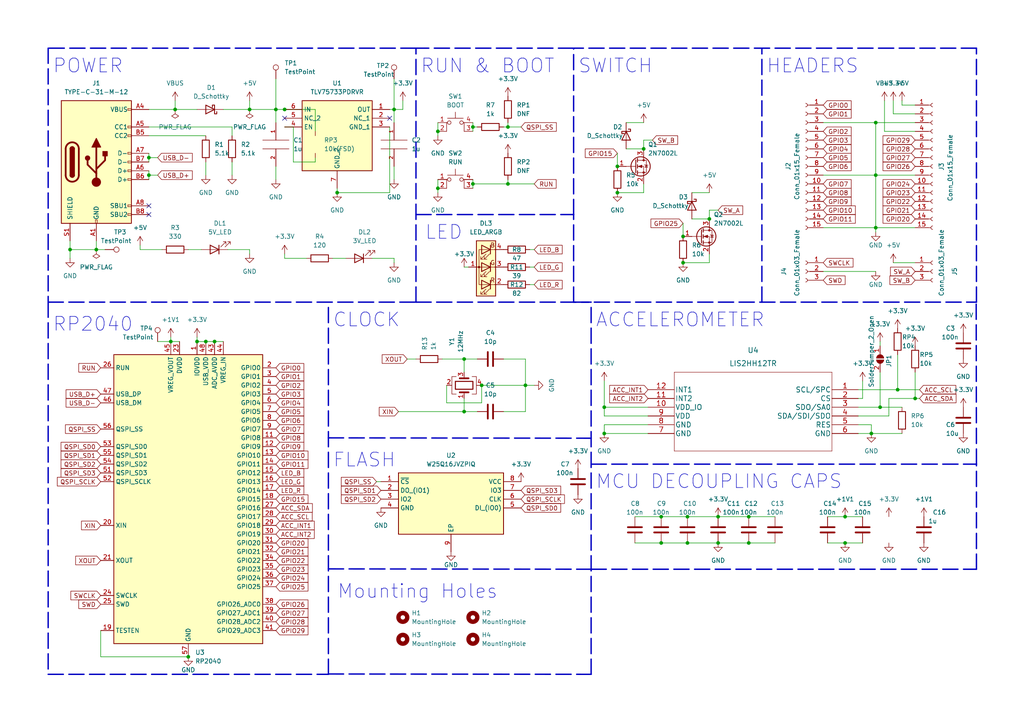
<source format=kicad_sch>
(kicad_sch (version 20231120) (generator "eeschema") (generator_version "8.0")
  (paper "A4")
  (lib_symbols
    (symbol "Connector:Conn_01x03_Female" (pin_names (offset 1.016) hide)
      (property "Reference" "J" (at 0 5.08 0))
      (property "Value" "Conn_01x03_Female" (at 0 -5.08 0))
      (symbol "Conn_01x03_Female_1_1"
        (pin passive line (at -5.08 2.54 0) (length 3.81) (name "Pin_1") (number "1"))
        (pin passive line (at -5.08 0 0) (length 3.81) (name "Pin_2") (number "2"))
        (pin passive line (at -5.08 -2.54 0) (length 3.81) (name "Pin_3") (number "3"))
      )
    )
    (symbol "Connector:Conn_01x15_Female" (pin_names (offset 1.016) hide)
      (property "Reference" "J" (at 0 20.32 0))
      (property "Value" "Conn_01x15_Female" (at 0 -20.32 0))
      (symbol "Conn_01x15_Female_1_1"
        (pin passive line (at -5.08 17.78 0) (length 3.81) (name "Pin_1") (number "1"))
        (pin passive line (at -5.08 -5.08 0) (length 3.81) (name "Pin_10") (number "10"))
        (pin passive line (at -5.08 -7.62 0) (length 3.81) (name "Pin_11") (number "11"))
        (pin passive line (at -5.08 -10.16 0) (length 3.81) (name "Pin_12") (number "12"))
        (pin passive line (at -5.08 -12.7 0) (length 3.81) (name "Pin_13") (number "13"))
        (pin passive line (at -5.08 -15.24 0) (length 3.81) (name "Pin_14") (number "14"))
        (pin passive line (at -5.08 -17.78 0) (length 3.81) (name "Pin_15") (number "15"))
        (pin passive line (at -5.08 15.24 0) (length 3.81) (name "Pin_2") (number "2"))
        (pin passive line (at -5.08 12.7 0) (length 3.81) (name "Pin_3") (number "3"))
        (pin passive line (at -5.08 10.16 0) (length 3.81) (name "Pin_4") (number "4"))
        (pin passive line (at -5.08 7.62 0) (length 3.81) (name "Pin_5") (number "5"))
        (pin passive line (at -5.08 5.08 0) (length 3.81) (name "Pin_6") (number "6"))
        (pin passive line (at -5.08 2.54 0) (length 3.81) (name "Pin_7") (number "7"))
        (pin passive line (at -5.08 0 0) (length 3.81) (name "Pin_8") (number "8"))
        (pin passive line (at -5.08 -2.54 0) (length 3.81) (name "Pin_9") (number "9"))
      )
    )
    (symbol "Connector:TestPoint" (pin_numbers hide) (pin_names (offset 0.762) hide)
      (property "Reference" "TP" (at 0 6.858 0))
      (property "Value" "TestPoint" (at 0 5.08 0))
      (symbol "TestPoint_1_1"
        (pin passive line (at 0 0 90) (length 2.54) (name "1") (number "1"))
      )
    )
    (symbol "Connector:USB_C_Receptacle_USB2.0" (pin_names (offset 1.016))
      (property "Reference" "J" (at -10.16 19.05 0))
      (property "Value" "USB_C_Receptacle_USB2.0" (at 19.05 19.05 0))
      (symbol "USB_C_Receptacle_USB2.0_1_1"
        (pin passive line (at 0 -22.86 90) (length 5.08) (name "GND") (number "A1"))
        (pin passive line (at 0 -22.86 90) (length 5.08) hide (name "GND") (number "A12"))
        (pin passive line (at 15.24 15.24 180) (length 5.08) (name "VBUS") (number "A4"))
        (pin bidirectional line (at 15.24 10.16 180) (length 5.08) (name "CC1") (number "A5"))
        (pin bidirectional line (at 15.24 -2.54 180) (length 5.08) (name "D+") (number "A6"))
        (pin bidirectional line (at 15.24 2.54 180) (length 5.08) (name "D-") (number "A7"))
        (pin bidirectional line (at 15.24 -12.7 180) (length 5.08) (name "SBU1") (number "A8"))
        (pin passive line (at 15.24 15.24 180) (length 5.08) hide (name "VBUS") (number "A9"))
        (pin passive line (at 0 -22.86 90) (length 5.08) hide (name "GND") (number "B1"))
        (pin passive line (at 0 -22.86 90) (length 5.08) hide (name "GND") (number "B12"))
        (pin passive line (at 15.24 15.24 180) (length 5.08) hide (name "VBUS") (number "B4"))
        (pin bidirectional line (at 15.24 7.62 180) (length 5.08) (name "CC2") (number "B5"))
        (pin bidirectional line (at 15.24 -5.08 180) (length 5.08) (name "D+") (number "B6"))
        (pin bidirectional line (at 15.24 0 180) (length 5.08) (name "D-") (number "B7"))
        (pin bidirectional line (at 15.24 -15.24 180) (length 5.08) (name "SBU2") (number "B8"))
        (pin passive line (at 15.24 15.24 180) (length 5.08) hide (name "VBUS") (number "B9"))
        (pin passive line (at -7.62 -22.86 90) (length 5.08) (name "SHIELD") (number "S1"))
      )
    )
    (symbol "Device:C" (pin_numbers hide) (pin_names (offset 0.254))
      (property "Reference" "C" (at 0.635 2.54 0))
      (property "Value" "C" (at 0.635 -2.54 0))
      (symbol "C_1_1"
        (pin passive line (at 0 3.81 270) (length 2.794) (name "~") (number "1"))
        (pin passive line (at 0 -3.81 90) (length 2.794) (name "~") (number "2"))
      )
    )
    (symbol "Device:Crystal_GND24" (pin_names (offset 1.016) hide)
      (property "Reference" "Y" (at 3.175 5.08 0))
      (property "Value" "Crystal_GND24" (at 3.175 3.175 0))
      (symbol "Crystal_GND24_1_1"
        (pin passive line (at -3.81 0 0) (length 1.27) (name "1") (number "1"))
        (pin passive line (at 0 5.08 270) (length 1.27) (name "2") (number "2"))
        (pin passive line (at 3.81 0 180) (length 1.27) (name "3") (number "3"))
        (pin passive line (at 0 -5.08 90) (length 1.27) (name "4") (number "4"))
      )
    )
    (symbol "Device:D_Schottky" (pin_numbers hide) (pin_names (offset 1.016) hide)
      (property "Reference" "D" (at 0 2.54 0))
      (property "Value" "D_Schottky" (at 0 -2.54 0))
      (symbol "D_Schottky_1_1"
        (pin passive line (at -3.81 0 0) (length 2.54) (name "K") (number "1"))
        (pin passive line (at 3.81 0 180) (length 2.54) (name "A") (number "2"))
      )
    )
    (symbol "Device:LED" (pin_numbers hide) (pin_names (offset 1.016) hide)
      (property "Reference" "D" (at 0 2.54 0))
      (property "Value" "LED" (at 0 -2.54 0))
      (symbol "LED_1_1"
        (pin passive line (at -3.81 0 0) (length 2.54) (name "K") (number "1"))
        (pin passive line (at 3.81 0 180) (length 2.54) (name "A") (number "2"))
      )
    )
    (symbol "Device:LED_ARGB" (pin_names (offset 0) hide)
      (property "Reference" "D" (at 0 9.398 0))
      (property "Value" "LED_ARGB" (at 0 -8.89 0))
      (symbol "LED_ARGB_0_0"
        (text "B" (at -1.905 -6.35 0) (effects (font (size 1.27 1.27))))
        (text "G" (at -1.905 -1.27 0) (effects (font (size 1.27 1.27))))
        (text "R" (at -1.905 3.81 0) (effects (font (size 1.27 1.27))))
      )
      (symbol "LED_ARGB_1_1"
        (pin passive line (at 5.08 0 180) (length 2.54) (name "A") (number "1"))
        (pin passive line (at -5.08 5.08 0) (length 2.54) (name "RK") (number "2"))
        (pin passive line (at -5.08 0 0) (length 2.54) (name "GK") (number "3"))
        (pin passive line (at -5.08 -5.08 0) (length 2.54) (name "BK") (number "4"))
      )
    )
    (symbol "Device:R" (pin_numbers hide) (pin_names (offset 0))
      (property "Reference" "R" (at 2.032 0 90))
      (property "Value" "R" (at 0 0 90))
      (symbol "R_1_1"
        (pin passive line (at 0 3.81 270) (length 1.27) (name "~") (number "1"))
        (pin passive line (at 0 -3.81 90) (length 1.27) (name "~") (number "2"))
      )
    )
    (symbol "Jumper:SolderJumper_2_Open" (pin_names (offset 0) hide)
      (property "Reference" "JP" (at 0 2.032 0))
      (property "Value" "SolderJumper_2_Open" (at 0 -2.54 0))
      (symbol "SolderJumper_2_Open_1_1"
        (pin passive line (at -3.81 0 0) (length 2.54) (name "A") (number "1"))
        (pin passive line (at 3.81 0 180) (length 2.54) (name "B") (number "2"))
      )
    )
    (symbol "LIS2HH12TR:LIS2HH12TR" (pin_names (offset 0.254))
      (property "Reference" "U" (at 30.48 10.16 0))
      (property "Value" "LIS2HH12TR" (at 30.48 7.62 0))
      (symbol "LIS2HH12TR_1_1"
        (pin bidirectional line (at 0 0 0) (length 7.62) (name "SCL/SPC") (number "1"))
        (pin power_in line (at 60.96 -5.08 180) (length 7.62) (name "VDD_IO") (number "10"))
        (pin output line (at 60.96 -2.54 180) (length 7.62) (name "INT2") (number "11"))
        (pin output line (at 60.96 0 180) (length 7.62) (name "INT1") (number "12"))
        (pin input line (at 0 -2.54 0) (length 7.62) (name "CS") (number "2"))
        (pin bidirectional line (at 0 -5.08 0) (length 7.62) (name "SDO/SA0") (number "3"))
        (pin bidirectional line (at 0 -7.62 0) (length 7.62) (name "SDA/SDI/SDO") (number "4"))
        (pin power_in line (at 0 -10.16 0) (length 7.62) (name "RES") (number "5"))
        (pin power_in line (at 0 -12.7 0) (length 7.62) (name "GND") (number "6"))
        (pin power_in line (at 60.96 -12.7 180) (length 7.62) (name "GND") (number "7"))
        (pin power_in line (at 60.96 -10.16 180) (length 7.62) (name "GND") (number "8"))
        (pin power_in line (at 60.96 -7.62 180) (length 7.62) (name "VDD") (number "9"))
      )
    )
    (symbol "MCU_RaspberryPi:RP2040"
      (property "Reference" "U" (at 17.78 45.72 0))
      (property "Value" "RP2040" (at 17.78 43.18 0))
      (symbol "RP2040_1_1"
        (pin power_in line (at 2.54 45.72 270) (length 3.81) (name "IOVDD") (number "1"))
        (pin passive line (at 2.54 45.72 270) (length 3.81) hide (name "IOVDD") (number "10"))
        (pin bidirectional line (at 25.4 17.78 180) (length 3.81) (name "GPIO8") (number "11"))
        (pin bidirectional line (at 25.4 15.24 180) (length 3.81) (name "GPIO9") (number "12"))
        (pin bidirectional line (at 25.4 12.7 180) (length 3.81) (name "GPIO10") (number "13"))
        (pin bidirectional line (at 25.4 10.16 180) (length 3.81) (name "GPIO11") (number "14"))
        (pin bidirectional line (at 25.4 7.62 180) (length 3.81) (name "GPIO12") (number "15"))
        (pin bidirectional line (at 25.4 5.08 180) (length 3.81) (name "GPIO13") (number "16"))
        (pin bidirectional line (at 25.4 2.54 180) (length 3.81) (name "GPIO14") (number "17"))
        (pin bidirectional line (at 25.4 0 180) (length 3.81) (name "GPIO15") (number "18"))
        (pin input line (at -25.4 -38.1 0) (length 3.81) (name "TESTEN") (number "19"))
        (pin bidirectional line (at 25.4 38.1 180) (length 3.81) (name "GPIO0") (number "2"))
        (pin input line (at -25.4 -7.62 0) (length 3.81) (name "XIN") (number "20"))
        (pin passive line (at -25.4 -17.78 0) (length 3.81) (name "XOUT") (number "21"))
        (pin passive line (at 2.54 45.72 270) (length 3.81) hide (name "IOVDD") (number "22"))
        (pin power_in line (at -2.54 45.72 270) (length 3.81) (name "DVDD") (number "23"))
        (pin output line (at -25.4 -27.94 0) (length 3.81) (name "SWCLK") (number "24"))
        (pin bidirectional line (at -25.4 -30.48 0) (length 3.81) (name "SWD") (number "25"))
        (pin input line (at -25.4 38.1 0) (length 3.81) (name "RUN") (number "26"))
        (pin bidirectional line (at 25.4 -2.54 180) (length 3.81) (name "GPIO16") (number "27"))
        (pin bidirectional line (at 25.4 -5.08 180) (length 3.81) (name "GPIO17") (number "28"))
        (pin bidirectional line (at 25.4 -7.62 180) (length 3.81) (name "GPIO18") (number "29"))
        (pin bidirectional line (at 25.4 35.56 180) (length 3.81) (name "GPIO1") (number "3"))
        (pin bidirectional line (at 25.4 -10.16 180) (length 3.81) (name "GPIO19") (number "30"))
        (pin bidirectional line (at 25.4 -12.7 180) (length 3.81) (name "GPIO20") (number "31"))
        (pin bidirectional line (at 25.4 -15.24 180) (length 3.81) (name "GPIO21") (number "32"))
        (pin passive line (at 2.54 45.72 270) (length 3.81) hide (name "IOVDD") (number "33"))
        (pin bidirectional line (at 25.4 -17.78 180) (length 3.81) (name "GPIO22") (number "34"))
        (pin bidirectional line (at 25.4 -20.32 180) (length 3.81) (name "GPIO23") (number "35"))
        (pin bidirectional line (at 25.4 -22.86 180) (length 3.81) (name "GPIO24") (number "36"))
        (pin bidirectional line (at 25.4 -25.4 180) (length 3.81) (name "GPIO25") (number "37"))
        (pin bidirectional line (at 25.4 -30.48 180) (length 3.81) (name "GPIO26_ADC0") (number "38"))
        (pin bidirectional line (at 25.4 -33.02 180) (length 3.81) (name "GPIO27_ADC1") (number "39"))
        (pin bidirectional line (at 25.4 33.02 180) (length 3.81) (name "GPIO2") (number "4"))
        (pin bidirectional line (at 25.4 -35.56 180) (length 3.81) (name "GPIO28_ADC2") (number "40"))
        (pin bidirectional line (at 25.4 -38.1 180) (length 3.81) (name "GPIO29_ADC3") (number "41"))
        (pin passive line (at 2.54 45.72 270) (length 3.81) hide (name "IOVDD") (number "42"))
        (pin power_in line (at 7.62 45.72 270) (length 3.81) (name "ADC_AVDD") (number "43"))
        (pin power_in line (at 10.16 45.72 270) (length 3.81) (name "VREG_IN") (number "44"))
        (pin power_out line (at -5.08 45.72 270) (length 3.81) (name "VREG_VOUT") (number "45"))
        (pin bidirectional line (at -25.4 27.94 0) (length 3.81) (name "USB_DM") (number "46"))
        (pin bidirectional line (at -25.4 30.48 0) (length 3.81) (name "USB_DP") (number "47"))
        (pin power_in line (at 5.08 45.72 270) (length 3.81) (name "USB_VDD") (number "48"))
        (pin passive line (at 2.54 45.72 270) (length 3.81) hide (name "IOVDD") (number "49"))
        (pin bidirectional line (at 25.4 30.48 180) (length 3.81) (name "GPIO3") (number "5"))
        (pin passive line (at -2.54 45.72 270) (length 3.81) hide (name "DVDD") (number "50"))
        (pin bidirectional line (at -25.4 7.62 0) (length 3.81) (name "QSPI_SD3") (number "51"))
        (pin output line (at -25.4 5.08 0) (length 3.81) (name "QSPI_SCLK") (number "52"))
        (pin bidirectional line (at -25.4 15.24 0) (length 3.81) (name "QSPI_SD0") (number "53"))
        (pin bidirectional line (at -25.4 10.16 0) (length 3.81) (name "QSPI_SD2") (number "54"))
        (pin bidirectional line (at -25.4 12.7 0) (length 3.81) (name "QSPI_SD1") (number "55"))
        (pin bidirectional line (at -25.4 20.32 0) (length 3.81) (name "QSPI_SS") (number "56"))
        (pin power_in line (at 0 -45.72 90) (length 3.81) (name "GND") (number "57"))
        (pin bidirectional line (at 25.4 27.94 180) (length 3.81) (name "GPIO4") (number "6"))
        (pin bidirectional line (at 25.4 25.4 180) (length 3.81) (name "GPIO5") (number "7"))
        (pin bidirectional line (at 25.4 22.86 180) (length 3.81) (name "GPIO6") (number "8"))
        (pin bidirectional line (at 25.4 20.32 180) (length 3.81) (name "GPIO7") (number "9"))
      )
    )
    (symbol "Mechanical:MountingHole" (pin_names (offset 1.016))
      (property "Reference" "H" (at 0 5.08 0))
      (property "Value" "MountingHole" (at 0 3.175 0))
    )
    (symbol "Switch:SW_MEC_5E" (pin_names (offset 1.016) hide)
      (property "Reference" "SW" (at 0.635 5.715 0))
      (property "Value" "SW_MEC_5E" (at 0 -3.175 0))
      (symbol "SW_MEC_5E_0_1"
        (pin passive line (at -5.08 2.54 0) (length 2.54) (name "1") (number "1"))
        (pin passive line (at -5.08 0 0) (length 2.54) (name "2") (number "2"))
        (pin passive line (at 5.08 0 180) (length 2.54) (name "K") (number "3"))
        (pin passive line (at 5.08 2.54 180) (length 2.54) (name "A") (number "4"))
      )
    )
    (symbol "TLV75733PDRVR:TLV75733PDRVR"
      (property "Value" "TLV75733PDRVR" (at 0 0 0))
      (property "Reference_1" "PS" (at 26.67 7.62 0))
      (property "Value_1" "TLV75733PDRVR" (at 26.67 5.08 0))
      (symbol "TLV75733PDRVR_1_1"
        (pin output line (at 0 0 0) (length 5.08) (name "OUT") (number "1"))
        (pin passive line (at 0 -2.54 0) (length 5.08) (name "NC_1") (number "2"))
        (pin power_in line (at 0 -5.08 0) (length 5.08) (name "GND_1") (number "3"))
        (pin input line (at 30.48 -5.08 180) (length 5.08) (name "EN") (number "4"))
        (pin passive line (at 30.48 -2.54 180) (length 5.08) (name "NC_2") (number "5"))
        (pin power_in line (at 30.48 0 180) (length 5.08) (name "IN") (number "6"))
        (pin power_in line (at 15.24 -22.86 90) (length 5.08) (name "GND_2") (number "7"))
      )
    )
    (symbol "Transistor_FET:2N7002" (pin_names hide)
      (property "Reference" "Q" (at 5.08 1.905 0))
      (property "Value" "2N7002" (at 5.08 0 0))
      (symbol "2N7002_1_1"
        (pin input line (at -5.08 0 0) (length 2.54) (name "G") (number "1"))
        (pin passive line (at 2.54 -5.08 90) (length 2.54) (name "S") (number "2"))
        (pin passive line (at 2.54 5.08 270) (length 2.54) (name "D") (number "3"))
      )
    )
    (symbol "W25Q16JVZPIQ:W25Q16JVZPIQ"
      (property "Value" "W25Q16JVZPIQ" (at 0 0 0))
      (property "Reference_1" "IC" (at 36.83 7.62 0))
      (property "Value_1" "W25Q16JVZPIQ" (at 36.83 5.08 0))
      (symbol "W25Q16JVZPIQ_1_1"
        (pin passive line (at 0 0 0) (length 5.08) (name "~{CS}") (number "1"))
        (pin passive line (at 0 -2.54 0) (length 5.08) (name "DO_(IO1)") (number "2"))
        (pin passive line (at 0 -5.08 0) (length 5.08) (name "IO2") (number "3"))
        (pin passive line (at 0 -7.62 0) (length 5.08) (name "GND") (number "4"))
        (pin passive line (at 40.64 -7.62 180) (length 5.08) (name "DI_(IO0)") (number "5"))
        (pin passive line (at 40.64 -5.08 180) (length 5.08) (name "CLK") (number "6"))
        (pin passive line (at 40.64 -2.54 180) (length 5.08) (name "IO3") (number "7"))
        (pin passive line (at 40.64 0 180) (length 5.08) (name "VCC") (number "8"))
        (pin passive line (at 20.32 -20.32 90) (length 5.08) (name "EP") (number "9"))
      )
    )
    (symbol "power:+1V1" (power) (pin_names (offset 0))
      (property "Value" "+1V1" (at 0 3.556 0))
      (symbol "+1V1_1_1"
        (pin power_in line (at 0 0 90) (length 0) hide (name "+1V1") (number "1"))
      )
    )
    (symbol "power:+3.3V" (power) (pin_names (offset 0))
      (property "Value" "+3.3V" (at 0 3.556 0))
      (symbol "+3.3V_1_1"
        (pin power_in line (at 0 0 90) (length 0) hide (name "+3.3V") (number "1"))
      )
    )
    (symbol "power:+5V" (power) (pin_names (offset 0))
      (property "Value" "+5V" (at 0 3.556 0))
      (symbol "+5V_1_1"
        (pin power_in line (at 0 0 90) (length 0) hide (name "+5V") (number "1"))
      )
    )
    (symbol "power:GND" (power) (pin_names (offset 0))
      (property "Value" "GND" (at 0 -3.81 0))
      (symbol "GND_1_1"
        (pin power_in line (at 0 0 270) (length 0) hide (name "GND") (number "1"))
      )
    )
    (symbol "power:PWR_FLAG" (power) (pin_numbers hide) (pin_names (offset 0) hide)
      (property "Value" "PWR_FLAG" (at 0 3.81 0))
      (symbol "PWR_FLAG_0_0"
        (pin power_out line (at 0 0 90) (length 0) (name "pwr") (number "1"))
      )
    )
    (symbol "power:VBUS" (power) (pin_names (offset 0))
      (property "Value" "VBUS" (at 0 3.81 0))
      (symbol "VBUS_1_1"
        (pin power_in line (at 0 0 90) (length 0) hide (name "VBUS") (number "1"))
      )
    )
    (symbol "pspice:C" (pin_names (offset 0.254))
      (property "Reference" "C" (at 2.54 3.81 90))
      (property "Value" "C" (at 2.54 -3.81 90))
      (symbol "C_1_1"
        (pin passive line (at 0 6.35 270) (length 5.08) (name "~") (number "1"))
        (pin passive line (at 0 -6.35 90) (length 5.08) (name "~") (number "2"))
      )
    )
  )
  (junction (at 43.18 50.8))
  (junction (at 217.17 157.48))
  (junction (at 199.39 157.48))
  (junction (at 245.11 157.48))
  (junction (at 217.17 149.86))
  (junction (at 199.39 149.86))
  (junction (at 191.77 149.86))
  (junction (at 254 50.8))
  (junction (at 254 66.04))
  (junction (at 80.01 31.75))
  (junction (at 57.15 99.06))
  (junction (at 54.61 190.5))
  (junction (at 198.12 76.2))
  (junction (at 134.62 119.38))
  (junction (at 72.39 31.75))
  (junction (at 175.26 118.11))
  (junction (at 82.55 31.75))
  (junction (at 59.69 99.06))
  (junction (at 205.74 63.5))
  (junction (at 175.26 125.73))
  (junction (at 139.7 111.76))
  (junction (at 20.32 72.39))
  (junction (at 260.35 113.03))
  (junction (at 265.43 115.57))
  (junction (at 152.4 111.76))
  (junction (at 245.11 149.86))
  (junction (at 252.73 125.73))
  (junction (at 147.32 36.83))
  (junction (at 198.12 68.58))
  (junction (at 49.53 99.06))
  (junction (at 114.3 31.75))
  (junction (at 43.18 45.72))
  (junction (at 134.62 104.14))
  (junction (at 137.16 36.83))
  (junction (at 50.8 31.75))
  (junction (at 147.32 53.34))
  (junction (at 137.16 53.34))
  (junction (at 254 35.56))
  (junction (at 255.27 118.11))
  (junction (at 27.94 72.39))
  (junction (at 97.79 55.88))
  (junction (at 179.07 48.26))
  (junction (at 127 38.1))
  (junction (at 191.77 157.48))
  (junction (at 62.23 99.06))
  (junction (at 186.69 43.18))
  (junction (at 179.07 55.88))
  (junction (at 208.28 157.48))
  (junction (at 208.28 149.86))
  (junction (at 127 54.61))
  (no_connect (at 43.18 59.69))
  (no_connect (at 82.55 34.29))
  (no_connect (at 113.03 34.29))
  (no_connect (at 43.18 62.23))
  (polyline (pts (xy 13.97 87.63) (xy 13.97 195.58)) (stroke (width 0.4) (type dash)))
  (wire (pts (xy 80.01 31.75) (xy 82.55 31.75)))
  (wire (pts (xy 186.69 43.18) (xy 186.69 40.64)))
  (polyline (pts (xy 95.25 127) (xy 171.45 127.0967)) (stroke (width 0.4) (type dash)))
  (wire (pts (xy 82.55 73.66) (xy 82.55 74.93)))
  (wire (pts (xy 129.54 116.84) (xy 139.7 116.84)))
  (wire (pts (xy 255.27 99.06) (xy 255.27 100.33)))
  (wire (pts (xy 80.01 22.86) (xy 80.01 31.75)))
  (wire (pts (xy 184.15 149.86) (xy 191.77 149.86)))
  (wire (pts (xy 217.17 157.48) (xy 208.28 157.48)))
  (wire (pts (xy 97.79 55.88) (xy 97.79 54.61)))
  (wire (pts (xy 127 35.56) (xy 127 38.1)))
  (wire (pts (xy 238.76 35.56) (xy 254 35.56)))
  (wire (pts (xy 154.94 72.39) (xy 153.67 72.39)))
  (wire (pts (xy 181.61 35.56) (xy 186.69 35.56)))
  (wire (pts (xy 200.66 63.5) (xy 205.74 63.5)))
  (wire (pts (xy 261.62 29.21) (xy 261.62 30.48)))
  (wire (pts (xy 152.4 119.38) (xy 152.4 111.76)))
  (wire (pts (xy 128.27 104.14) (xy 134.62 104.14)))
  (wire (pts (xy 29.21 190.5) (xy 54.61 190.5)))
  (polyline (pts (xy 120.65 87.63) (xy 171.45 87.63)) (stroke (width 0.4) (type dash)))
  (wire (pts (xy 115.57 119.38) (xy 134.62 119.38)))
  (wire (pts (xy 254 66.04) (xy 265.43 66.04)))
  (wire (pts (xy 67.31 50.8) (xy 67.31 46.99)))
  (wire (pts (xy 261.62 30.48) (xy 265.43 30.48)))
  (wire (pts (xy 134.62 119.38) (xy 138.43 119.38)))
  (wire (pts (xy 147.32 53.34) (xy 154.94 53.34)))
  (polyline (pts (xy 95.25 195.4833) (xy 171.45 195.58)) (stroke (width 0.4) (type dash)))
  (wire (pts (xy 184.15 157.48) (xy 191.77 157.48)))
  (wire (pts (xy 137.16 53.34) (xy 147.32 53.34)))
  (wire (pts (xy 43.18 39.37) (xy 59.69 39.37)))
  (wire (pts (xy 57.15 99.06) (xy 59.69 99.06)))
  (wire (pts (xy 134.62 107.95) (xy 134.62 104.14)))
  (wire (pts (xy 147.32 35.56) (xy 147.32 36.83)))
  (wire (pts (xy 175.26 123.19) (xy 187.96 123.19)))
  (wire (pts (xy 154.94 82.55) (xy 153.67 82.55)))
  (wire (pts (xy 146.05 104.14) (xy 152.4 104.14)))
  (wire (pts (xy 43.18 31.75) (xy 50.8 31.75)))
  (wire (pts (xy 127 52.07) (xy 127 54.61)))
  (wire (pts (xy 52.07 99.06) (xy 49.53 99.06)))
  (wire (pts (xy 29.21 182.88) (xy 29.21 190.5)))
  (wire (pts (xy 252.73 123.19) (xy 252.73 125.73)))
  (wire (pts (xy 20.32 72.39) (xy 20.32 74.93)))
  (wire (pts (xy 255.27 107.95) (xy 255.27 118.11)))
  (wire (pts (xy 198.12 76.2) (xy 205.74 76.2)))
  (polyline (pts (xy 95.25 195.58) (xy 95.25 87.63)) (stroke (width 0.4) (type dash)))
  (wire (pts (xy 254 50.8) (xy 265.43 50.8)))
  (wire (pts (xy 186.69 40.64) (xy 189.23 40.64)))
  (wire (pts (xy 80.01 48.26) (xy 80.01 52.07)))
  (wire (pts (xy 113.03 31.75) (xy 114.3 31.75)))
  (wire (pts (xy 43.18 50.8) (xy 43.18 52.07)))
  (wire (pts (xy 256.54 38.1) (xy 265.43 38.1)))
  (wire (pts (xy 198.12 64.77) (xy 198.12 68.58)))
  (wire (pts (xy 205.74 60.96) (xy 208.28 60.96)))
  (wire (pts (xy 82.55 31.75) (xy 91.44 31.75)))
  (wire (pts (xy 175.26 125.73) (xy 187.96 125.73)))
  (wire (pts (xy 45.72 99.06) (xy 49.53 99.06)))
  (wire (pts (xy 265.43 115.57) (xy 266.7 115.57)))
  (wire (pts (xy 250.19 157.48) (xy 245.11 157.48)))
  (wire (pts (xy 137.16 36.83) (xy 137.16 38.1)))
  (polyline (pts (xy 95.25 165.0033) (xy 171.45 165.1)) (stroke (width 0.4) (type dash)))
  (wire (pts (xy 27.94 69.85) (xy 27.94 72.39)))
  (wire (pts (xy 200.66 55.88) (xy 205.74 55.88)))
  (wire (pts (xy 240.03 157.48) (xy 245.11 157.48)))
  (wire (pts (xy 250.19 110.49) (xy 250.19 115.57)))
  (wire (pts (xy 127 38.1) (xy 127 39.37)))
  (wire (pts (xy 265.43 107.95) (xy 265.43 115.57)))
  (wire (pts (xy 205.74 76.2) (xy 205.74 73.66)))
  (wire (pts (xy 254 50.8) (xy 254 66.04)))
  (wire (pts (xy 254 66.04) (xy 254 67.31)))
  (polyline (pts (xy 283.21 134.62) (xy 283.1341 87.63)) (stroke (width 0.4) (type dash)))
  (wire (pts (xy 179.07 44.45) (xy 179.07 48.26)))
  (wire (pts (xy 146.05 119.38) (xy 152.4 119.38)))
  (wire (pts (xy 257.81 115.57) (xy 265.43 115.57)))
  (wire (pts (xy 137.16 53.34) (xy 137.16 54.61)))
  (wire (pts (xy 217.17 157.48) (xy 224.79 157.48)))
  (wire (pts (xy 175.26 118.11) (xy 175.26 120.65)))
  (wire (pts (xy 238.76 78.74) (xy 254 78.74)))
  (wire (pts (xy 137.16 52.07) (xy 137.16 53.34)))
  (wire (pts (xy 245.11 149.86) (xy 250.19 149.86)))
  (wire (pts (xy 191.77 157.48) (xy 199.39 157.48)))
  (wire (pts (xy 260.35 113.03) (xy 266.7 113.03)))
  (wire (pts (xy 250.19 115.57) (xy 248.92 115.57)))
  (wire (pts (xy 240.03 149.86) (xy 245.11 149.86)))
  (wire (pts (xy 261.62 118.11) (xy 255.27 118.11)))
  (wire (pts (xy 114.3 22.86) (xy 114.3 31.75)))
  (polyline (pts (xy 283.21 87.63) (xy 283.21 13.97)) (stroke (width 0.4) (type dash)))
  (wire (pts (xy 82.55 74.93) (xy 88.9 74.93)))
  (wire (pts (xy 260.35 102.87) (xy 260.35 113.03)))
  (polyline (pts (xy 171.45 195.58) (xy 171.45 87.63)) (stroke (width 0.4) (type dash)))
  (wire (pts (xy 179.07 55.88) (xy 186.69 55.88)))
  (polyline (pts (xy 166.37 62.23) (xy 166.37 13.97)) (stroke (width 0.4) (type dash)))
  (wire (pts (xy 137.16 35.56) (xy 137.16 36.83)))
  (wire (pts (xy 72.39 72.39) (xy 72.39 73.66)))
  (wire (pts (xy 248.92 125.73) (xy 252.73 125.73)))
  (wire (pts (xy 49.53 99.06) (xy 49.53 97.79)))
  (wire (pts (xy 59.69 99.06) (xy 62.23 99.06)))
  (wire (pts (xy 248.92 113.03) (xy 260.35 113.03)))
  (polyline (pts (xy 283.21 165.1) (xy 283.21 134.62)) (stroke (width 0.4) (type dash)))
  (wire (pts (xy 114.3 48.26) (xy 114.3 52.07)))
  (wire (pts (xy 20.32 72.39) (xy 27.94 72.39)))
  (wire (pts (xy 175.26 123.19) (xy 175.26 125.73)))
  (wire (pts (xy 256.54 29.21) (xy 256.54 38.1)))
  (polyline (pts (xy 283.21 13.97) (xy 166.37 13.97)) (stroke (width 0.4) (type dash)))
  (polyline (pts (xy 166.37 87.63) (xy 166.37 62.23)) (stroke (width 0.4) (type dash)))
  (wire (pts (xy 50.8 29.21) (xy 50.8 31.75)))
  (wire (pts (xy 254 35.56) (xy 265.43 35.56)))
  (wire (pts (xy 175.26 120.65) (xy 187.96 120.65)))
  (wire (pts (xy 50.8 31.75) (xy 57.15 31.75)))
  (wire (pts (xy 147.32 36.83) (xy 151.13 36.83)))
  (wire (pts (xy 43.18 45.72) (xy 45.72 45.72)))
  (wire (pts (xy 57.15 97.79) (xy 57.15 99.06)))
  (wire (pts (xy 175.26 118.11) (xy 187.96 118.11)))
  (wire (pts (xy 191.77 149.86) (xy 199.39 149.86)))
  (wire (pts (xy 199.39 149.86) (xy 208.28 149.86)))
  (wire (pts (xy 238.76 66.04) (xy 254 66.04)))
  (wire (pts (xy 100.33 74.93) (xy 96.52 74.93)))
  (polyline (pts (xy 120.65 62.23) (xy 166.37 62.23)) (stroke (width 0.4) (type dash)))
  (polyline (pts (xy 166.37 87.63) (xy 283.21 87.63)) (stroke (width 0.4) (type dash)))
  (wire (pts (xy 67.31 36.83) (xy 67.31 39.37)))
  (wire (pts (xy 43.18 49.53) (xy 43.18 50.8)))
  (wire (pts (xy 127 54.61) (xy 127 55.88)))
  (wire (pts (xy 139.7 116.84) (xy 139.7 111.76)))
  (wire (pts (xy 181.61 43.18) (xy 186.69 43.18)))
  (wire (pts (xy 72.39 31.75) (xy 80.01 31.75)))
  (wire (pts (xy 146.05 36.83) (xy 147.32 36.83)))
  (wire (pts (xy 113.03 55.88) (xy 113.03 36.83)))
  (wire (pts (xy 107.95 74.93) (xy 114.3 74.93)))
  (polyline (pts (xy 120.65 13.97) (xy 13.97 13.97)) (stroke (width 0.4) (type dash)))
  (wire (pts (xy 248.92 118.11) (xy 255.27 118.11)))
  (wire (pts (xy 254 35.56) (xy 254 50.8)))
  (wire (pts (xy 152.4 111.76) (xy 139.7 111.76)))
  (polyline (pts (xy 171.45 165.1) (xy 283.21 165.1)) (stroke (width 0.4) (type dash)))
  (polyline (pts (xy 120.65 87.63) (xy 120.65 13.97)) (stroke (width 0.4) (type dash)))
  (wire (pts (xy 257.81 115.57) (xy 257.81 120.65)))
  (wire (pts (xy 43.18 44.45) (xy 43.18 45.72)))
  (wire (pts (xy 205.74 63.5) (xy 205.74 60.96)))
  (wire (pts (xy 116.84 29.21) (xy 116.84 31.75)))
  (wire (pts (xy 40.64 72.39) (xy 46.99 72.39)))
  (wire (pts (xy 208.28 149.86) (xy 217.17 149.86)))
  (polyline (pts (xy 171.45 134.62) (xy 283.21 134.62)) (stroke (width 0.4) (type dash)))
  (wire (pts (xy 199.39 157.48) (xy 208.28 157.48)))
  (wire (pts (xy 152.4 111.76) (xy 152.4 104.14)))
  (wire (pts (xy 82.55 36.83) (xy 85.09 36.83)))
  (wire (pts (xy 85.09 46.99) (xy 91.44 46.99)))
  (wire (pts (xy 43.18 45.72) (xy 43.18 46.99)))
  (polyline (pts (xy 13.97 13.97) (xy 13.97 87.63)) (stroke (width 0.4) (type dash)))
  (wire (pts (xy 118.11 104.14) (xy 120.65 104.14)))
  (wire (pts (xy 43.18 36.83) (xy 67.31 36.83)))
  (wire (pts (xy 97.79 55.88) (xy 113.03 55.88)))
  (wire (pts (xy 259.08 76.2) (xy 265.43 76.2)))
  (wire (pts (xy 27.94 72.39) (xy 30.48 72.39)))
  (wire (pts (xy 134.62 104.14) (xy 138.43 104.14)))
  (wire (pts (xy 154.94 111.76) (xy 152.4 111.76)))
  (wire (pts (xy 129.54 111.76) (xy 129.54 116.84)))
  (wire (pts (xy 62.23 99.06) (xy 64.77 99.06)))
  (wire (pts (xy 114.3 74.93) (xy 114.3 76.2)))
  (wire (pts (xy 134.62 77.47) (xy 135.89 77.47)))
  (wire (pts (xy 175.26 110.49) (xy 175.26 118.11)))
  (wire (pts (xy 134.62 119.38) (xy 134.62 115.57)))
  (wire (pts (xy 186.69 55.88) (xy 186.69 53.34)))
  (wire (pts (xy 91.44 38.1) (xy 91.44 31.75)))
  (wire (pts (xy 58.42 72.39) (xy 54.61 72.39)))
  (wire (pts (xy 224.79 149.86) (xy 217.17 149.86)))
  (polyline (pts (xy 166.37 13.97) (xy 120.65 13.97)) (stroke (width 0.4) (type dash)))
  (wire (pts (xy 43.18 50.8) (xy 45.72 50.8)))
  (wire (pts (xy 40.64 71.12) (xy 40.64 72.39)))
  (wire (pts (xy 114.3 31.75) (xy 116.84 31.75)))
  (wire (pts (xy 259.08 33.02) (xy 265.43 33.02)))
  (wire (pts (xy 109.22 139.7) (xy 110.49 139.7)))
  (polyline (pts (xy 13.97 87.63) (xy 120.65 87.63)) (stroke (width 0.4) (type dash)))
  (wire (pts (xy 80.01 31.75) (xy 80.01 35.56)))
  (wire (pts (xy 259.08 29.21) (xy 259.08 33.02)))
  (polyline (pts (xy 13.97 195.58) (xy 95.25 195.58)) (stroke (width 0.4) (type dash)))
  (wire (pts (xy 20.32 69.85) (xy 20.32 72.39)))
  (wire (pts (xy 114.3 31.75) (xy 114.3 35.56)))
  (wire (pts (xy 91.44 46.99) (xy 91.44 45.72)))
  (polyline (pts (xy 220.98 87.63) (xy 220.98 13.97)) (stroke (width 0.4) (type dash)))
  (wire (pts (xy 257.81 120.65) (xy 248.92 120.65)))
  (wire (pts (xy 147.32 52.07) (xy 147.32 53.34)))
  (wire (pts (xy 137.16 36.83) (xy 138.43 36.83)))
  (wire (pts (xy 252.73 123.19) (xy 248.92 123.19)))
  (wire (pts (xy 85.09 36.83) (xy 85.09 46.99)))
  (wire (pts (xy 238.76 50.8) (xy 254 50.8)))
  (wire (pts (xy 64.77 31.75) (xy 72.39 31.75)))
  (wire (pts (xy 59.69 46.99) (xy 59.69 50.8)))
  (wire (pts (xy 72.39 29.21) (xy 72.39 31.75)))
  (wire (pts (xy 252.73 125.73) (xy 261.62 125.73)))
  (wire (pts (xy 154.94 77.47) (xy 153.67 77.47)))
  (wire (pts (xy 66.04 72.39) (xy 72.39 72.39)))
  (text "POWER" (at 15.24 21.59 0) (effects (font (size 4 4)) (justify left bottom)))
  (text "RP2040\n" (at 15.24 96.52 0) (effects (font (size 4 4)) (justify left bottom)))
  (text "LED\n" (at 123.19 69.85 0) (effects (font (size 4 4)) (justify left bottom)))
  (text "CLOCK" (at 96.52 95.25 0) (effects (font (size 4 4)) (justify left bottom)))
  (text "ACCELEROMETER" (at 172.72 95.25 0) (effects (font (size 4 4)) (justify left bottom)))
  (text "SWITCH" (at 167.64 21.59 0) (effects (font (size 4 4)) (justify left bottom)))
  (text "FLASH" (at 96.52 135.89 0) (effects (font (size 4 4)) (justify left bottom)))
  (text "MCU DECOUPLING CAPS\n\n" (at 172.72 148.59 0) (effects (font (size 4 4)) (justify left bottom)))
  (text "RUN & BOOT\n" (at 121.92 21.59 0) (effects (font (size 4 4)) (justify left bottom)))
  (text "Mounting Holes" (at 97.79 173.99 0) (effects (font (size 4 4)) (justify left bottom)))
  (text "HEADERS\n" (at 222.25 21.59 0) (effects (font (size 4 4)) (justify left bottom)))
  (global_label "QSPI_SD2" (shape input) (at 110.49 144.78 180) (property "Intersheetrefs" "${INTERSHEET_REFS}" (effects (hide yes))))
  (global_label "USB_D-" (shape input) (at 29.21 116.84 180) (property "Intersheetrefs" "${INTERSHEET_REFS}" (effects (hide yes))))
  (global_label "USB_D-" (shape input) (at 45.72 45.72 0) (property "Intersheetrefs" "${INTERSHEET_REFS}" (effects (hide yes))))
  (global_label "ACC_SCL" (shape input) (at 80.01 149.86 0) (property "Intersheetrefs" "${INTERSHEET_REFS}" (effects (hide yes))))
  (global_label "GPIO10" (shape input) (at 80.01 132.08 0) (property "Intersheetrefs" "${INTERSHEET_REFS}" (effects (hide yes))))
  (global_label "ACC_INT2" (shape input) (at 187.96 115.57 180) (property "Intersheetrefs" "${INTERSHEET_REFS}" (effects (hide yes))))
  (global_label "GPIO21" (shape input) (at 80.01 160.02 0) (property "Intersheetrefs" "${INTERSHEET_REFS}" (effects (hide yes))))
  (global_label "GPIO3" (shape input) (at 238.76 40.64 0) (property "Intersheetrefs" "${INTERSHEET_REFS}" (effects (hide yes))))
  (global_label "GPIO7" (shape input) (at 80.01 124.46 0) (property "Intersheetrefs" "${INTERSHEET_REFS}" (effects (hide yes))))
  (global_label "QSPI_SD1" (shape input) (at 29.21 132.08 180) (property "Intersheetrefs" "${INTERSHEET_REFS}" (effects (hide yes))))
  (global_label "GPIO11" (shape input) (at 80.01 134.62 0) (property "Intersheetrefs" "${INTERSHEET_REFS}" (effects (hide yes))))
  (global_label "XIN" (shape input) (at 29.21 152.4 180) (property "Intersheetrefs" "${INTERSHEET_REFS}" (effects (hide yes))))
  (global_label "GPIO24" (shape input) (at 80.01 167.64 0) (property "Intersheetrefs" "${INTERSHEET_REFS}" (effects (hide yes))))
  (global_label "LED_R" (shape input) (at 154.94 82.55 0) (property "Intersheetrefs" "${INTERSHEET_REFS}" (effects (hide yes))))
  (global_label "LED_G" (shape input) (at 154.94 77.47 0) (property "Intersheetrefs" "${INTERSHEET_REFS}" (effects (hide yes))))
  (global_label "LED_B" (shape input) (at 80.01 137.16 0) (property "Intersheetrefs" "${INTERSHEET_REFS}" (effects (hide yes))))
  (global_label "GPIO23" (shape input) (at 265.43 55.88 180) (property "Intersheetrefs" "${INTERSHEET_REFS}" (effects (hide yes))))
  (global_label "GPIO2" (shape input) (at 238.76 38.1 0) (property "Intersheetrefs" "${INTERSHEET_REFS}" (effects (hide yes))))
  (global_label "LED_R" (shape input) (at 80.01 142.24 0) (property "Intersheetrefs" "${INTERSHEET_REFS}" (effects (hide yes))))
  (global_label "GPIO1" (shape input) (at 80.01 109.22 0) (property "Intersheetrefs" "${INTERSHEET_REFS}" (effects (hide yes))))
  (global_label "SW_A" (shape input) (at 265.43 78.74 180) (property "Intersheetrefs" "${INTERSHEET_REFS}" (effects (hide yes))))
  (global_label "GPIO0" (shape input) (at 238.76 30.48 0) (property "Intersheetrefs" "${INTERSHEET_REFS}" (effects (hide yes))))
  (global_label "SWD" (shape input) (at 29.21 175.26 180) (property "Intersheetrefs" "${INTERSHEET_REFS}" (effects (hide yes))))
  (global_label "SW_B" (shape input) (at 265.43 81.28 180) (property "Intersheetrefs" "${INTERSHEET_REFS}" (effects (hide yes))))
  (global_label "ACC_SDA" (shape input) (at 80.01 147.32 0) (property "Intersheetrefs" "${INTERSHEET_REFS}" (effects (hide yes))))
  (global_label "SWCLK" (shape input) (at 238.76 76.2 0) (property "Intersheetrefs" "${INTERSHEET_REFS}" (effects (hide yes))))
  (global_label "SW_B" (shape input) (at 189.23 40.64 0) (property "Intersheetrefs" "${INTERSHEET_REFS}" (effects (hide yes))))
  (global_label "GPIO4" (shape input) (at 80.01 116.84 0) (property "Intersheetrefs" "${INTERSHEET_REFS}" (effects (hide yes))))
  (global_label "GPIO25" (shape input) (at 80.01 170.18 0) (property "Intersheetrefs" "${INTERSHEET_REFS}" (effects (hide yes))))
  (global_label "GPIO9" (shape input) (at 80.01 129.54 0) (property "Intersheetrefs" "${INTERSHEET_REFS}" (effects (hide yes))))
  (global_label "GPIO22" (shape input) (at 265.43 58.42 180) (property "Intersheetrefs" "${INTERSHEET_REFS}" (effects (hide yes))))
  (global_label "GPIO24" (shape input) (at 265.43 53.34 180) (property "Intersheetrefs" "${INTERSHEET_REFS}" (effects (hide yes))))
  (global_label "GPIO6" (shape input) (at 80.01 121.92 0) (property "Intersheetrefs" "${INTERSHEET_REFS}" (effects (hide yes))))
  (global_label "GPIO25" (shape input) (at 198.12 64.77 180) (property "Intersheetrefs" "${INTERSHEET_REFS}" (effects (hide yes))))
  (global_label "GPIO15" (shape input) (at 80.01 144.78 0) (property "Intersheetrefs" "${INTERSHEET_REFS}" (effects (hide yes))))
  (global_label "RUN" (shape input) (at 154.94 53.34 0) (property "Intersheetrefs" "${INTERSHEET_REFS}" (effects (hide yes))))
  (global_label "RUN" (shape input) (at 29.21 106.68 180) (property "Intersheetrefs" "${INTERSHEET_REFS}" (effects (hide yes))))
  (global_label "XOUT" (shape input) (at 29.21 162.56 180) (property "Intersheetrefs" "${INTERSHEET_REFS}" (effects (hide yes))))
  (global_label "GPIO8" (shape input) (at 238.76 55.88 0) (property "Intersheetrefs" "${INTERSHEET_REFS}" (effects (hide yes))))
  (global_label "GPIO28" (shape input) (at 265.43 43.18 180) (property "Intersheetrefs" "${INTERSHEET_REFS}" (effects (hide yes))))
  (global_label "GPIO3" (shape input) (at 80.01 114.3 0) (property "Intersheetrefs" "${INTERSHEET_REFS}" (effects (hide yes))))
  (global_label "GPIO29" (shape input) (at 265.43 40.64 180) (property "Intersheetrefs" "${INTERSHEET_REFS}" (effects (hide yes))))
  (global_label "QSPI_SD1" (shape input) (at 110.49 142.24 180) (property "Intersheetrefs" "${INTERSHEET_REFS}" (effects (hide yes))))
  (global_label "GPIO2" (shape input) (at 80.01 111.76 0) (property "Intersheetrefs" "${INTERSHEET_REFS}" (effects (hide yes))))
  (global_label "USB_D+" (shape input) (at 29.21 114.3 180) (property "Intersheetrefs" "${INTERSHEET_REFS}" (effects (hide yes))))
  (global_label "QSPI_SD3" (shape input) (at 29.21 137.16 180) (property "Intersheetrefs" "${INTERSHEET_REFS}" (effects (hide yes))))
  (global_label "GPIO4" (shape input) (at 238.76 43.18 0) (property "Intersheetrefs" "${INTERSHEET_REFS}" (effects (hide yes))))
  (global_label "QSPI_SS" (shape input) (at 29.21 124.46 180) (property "Intersheetrefs" "${INTERSHEET_REFS}" (effects (hide yes))))
  (global_label "ACC_SCL" (shape input) (at 266.7 113.03 0) (property "Intersheetrefs" "${INTERSHEET_REFS}" (effects (hide yes))))
  (global_label "QSPI_SD0" (shape input) (at 29.21 129.54 180) (property "Intersheetrefs" "${INTERSHEET_REFS}" (effects (hide yes))))
  (global_label "GPIO5" (shape input) (at 80.01 119.38 0) (property "Intersheetrefs" "${INTERSHEET_REFS}" (effects (hide yes))))
  (global_label "GPIO9" (shape input) (at 238.76 58.42 0) (property "Intersheetrefs" "${INTERSHEET_REFS}" (effects (hide yes))))
  (global_label "QSPI_SCLK" (shape input) (at 29.21 139.7 180) (property "Intersheetrefs" "${INTERSHEET_REFS}" (effects (hide yes))))
  (global_label "GPIO0" (shape input) (at 80.01 106.68 0) (property "Intersheetrefs" "${INTERSHEET_REFS}" (effects (hide yes))))
  (global_label "GPIO6" (shape input) (at 238.76 48.26 0) (property "Intersheetrefs" "${INTERSHEET_REFS}" (effects (hide yes))))
  (global_label "GPIO7" (shape input) (at 238.76 53.34 0) (property "Intersheetrefs" "${INTERSHEET_REFS}" (effects (hide yes))))
  (global_label "SW_A" (shape input) (at 208.28 60.96 0) (property "Intersheetrefs" "${INTERSHEET_REFS}" (effects (hide yes))))
  (global_label "SWCLK" (shape input) (at 29.21 172.72 180) (property "Intersheetrefs" "${INTERSHEET_REFS}" (effects (hide yes))))
  (global_label "GPIO20" (shape input) (at 265.43 63.5 180) (property "Intersheetrefs" "${INTERSHEET_REFS}" (effects (hide yes))))
  (global_label "XOUT" (shape input) (at 118.11 104.14 180) (property "Intersheetrefs" "${INTERSHEET_REFS}" (effects (hide yes))))
  (global_label "SWD" (shape input) (at 238.76 81.28 0) (property "Intersheetrefs" "${INTERSHEET_REFS}" (effects (hide yes))))
  (global_label "LED_B" (shape input) (at 154.94 72.39 0) (property "Intersheetrefs" "${INTERSHEET_REFS}" (effects (hide yes))))
  (global_label "GPIO8" (shape input) (at 80.01 127 0) (property "Intersheetrefs" "${INTERSHEET_REFS}" (effects (hide yes))))
  (global_label "ACC_INT1" (shape input) (at 187.96 113.03 180) (property "Intersheetrefs" "${INTERSHEET_REFS}" (effects (hide yes))))
  (global_label "GPIO11" (shape input) (at 238.76 63.5 0) (property "Intersheetrefs" "${INTERSHEET_REFS}" (effects (hide yes))))
  (global_label "LED_G" (shape input) (at 80.01 139.7 0) (property "Intersheetrefs" "${INTERSHEET_REFS}" (effects (hide yes))))
  (global_label "GPIO27" (shape input) (at 80.01 177.8 0) (property "Intersheetrefs" "${INTERSHEET_REFS}" (effects (hide yes))))
  (global_label "GPIO21" (shape input) (at 265.43 60.96 180) (property "Intersheetrefs" "${INTERSHEET_REFS}" (effects (hide yes))))
  (global_label "GPIO28" (shape input) (at 80.01 180.34 0) (property "Intersheetrefs" "${INTERSHEET_REFS}" (effects (hide yes))))
  (global_label "GPIO20" (shape input) (at 80.01 157.48 0) (property "Intersheetrefs" "${INTERSHEET_REFS}" (effects (hide yes))))
  (global_label "GPIO26" (shape input) (at 265.43 48.26 180) (property "Intersheetrefs" "${INTERSHEET_REFS}" (effects (hide yes))))
  (global_label "GPIO23" (shape input) (at 80.01 165.1 0) (property "Intersheetrefs" "${INTERSHEET_REFS}" (effects (hide yes))))
  (global_label "GPIO22" (shape input) (at 80.01 162.56 0) (property "Intersheetrefs" "${INTERSHEET_REFS}" (effects (hide yes))))
  (global_label "ACC_INT1" (shape input) (at 80.01 152.4 0) (property "Intersheetrefs" "${INTERSHEET_REFS}" (effects (hide yes))))
  (global_label "QSPI_SD2" (shape input) (at 29.21 134.62 180) (property "Intersheetrefs" "${INTERSHEET_REFS}" (effects (hide yes))))
  (global_label "ACC_INT2" (shape input) (at 80.01 154.94 0) (property "Intersheetrefs" "${INTERSHEET_REFS}" (effects (hide yes))))
  (global_label "QSPI_SCLK" (shape input) (at 151.13 144.78 0) (property "Intersheetrefs" "${INTERSHEET_REFS}" (effects (hide yes))))
  (global_label "GPIO1" (shape input) (at 238.76 33.02 0) (property "Intersheetrefs" "${INTERSHEET_REFS}" (effects (hide yes))))
  (global_label "QSPI_SD0" (shape input) (at 151.13 147.32 0) (property "Intersheetrefs" "${INTERSHEET_REFS}" (effects (hide yes))))
  (global_label "GPIO15" (shape input) (at 179.07 44.45 180) (property "Intersheetrefs" "${INTERSHEET_REFS}" (effects (hide yes))))
  (global_label "GPIO29" (shape input) (at 80.01 182.88 0) (property "Intersheetrefs" "${INTERSHEET_REFS}" (effects (hide yes))))
  (global_label "XIN" (shape input) (at 115.57 119.38 180) (property "Intersheetrefs" "${INTERSHEET_REFS}" (effects (hide yes))))
  (global_label "GPIO10" (shape input) (at 238.76 60.96 0) (property "Intersheetrefs" "${INTERSHEET_REFS}" (effects (hide yes))))
  (global_label "GPIO27" (shape input) (at 265.43 45.72 180) (property "Intersheetrefs" "${INTERSHEET_REFS}" (effects (hide yes))))
  (global_label "USB_D+" (shape input) (at 45.72 50.8 0) (property "Intersheetrefs" "${INTERSHEET_REFS}" (effects (hide yes))))
  (global_label "QSPI_SD3" (shape input) (at 151.13 142.24 0) (property "Intersheetrefs" "${INTERSHEET_REFS}" (effects (hide yes))))
  (global_label "GPIO5" (shape input) (at 238.76 45.72 0) (property "Intersheetrefs" "${INTERSHEET_REFS}" (effects (hide yes))))
  (global_label "QSPI_SS" (shape input) (at 151.13 36.83 0) (property "Intersheetrefs" "${INTERSHEET_REFS}" (effects (hide yes))))
  (global_label "QSPI_SS" (shape input) (at 109.22 139.7 180) (property "Intersheetrefs" "${INTERSHEET_REFS}" (effects (hide yes))))
  (global_label "GPIO26" (shape input) (at 80.01 175.26 0) (property "Intersheetrefs" "${INTERSHEET_REFS}" (effects (hide yes))))
  (global_label "ACC_SDA" (shape input) (at 266.7 115.57 0) (property "Intersheetrefs" "${INTERSHEET_REFS}" (effects (hide yes))))
  (symbol (lib_id "Device:R") (at 179.07 52.07 0) (unit 1)
    (property "Reference" "R5" (at 181.61 50.7999 0) (effects (justify left)))
    (property "Value" "10k" (at 181.61 53.3399 0) (effects (justify left)))
    (property "Footprint" "Resistor_SMD:R_0402_1005Metric" (effects (hide yes)))
  )
  (symbol (lib_id "Device:C") (at 240.03 153.67 0) (unit 1)
    (property "Reference" "C14" (at 238.76 146.05 0) (effects (justify left)))
    (property "Value" "100n" (at 237.49 148.59 0) (effects (justify left)))
    (property "Footprint" "Capacitor_SMD:C_0402_1005Metric" (effects (hide yes)))
  )
  (symbol (lib_id "power:GND") (at 114.3 76.2 0) (unit 1)
    (property "Reference" "#PWR024" (effects (hide yes)))
    (property "Value" "GND" (at 114.3 81.28 0))
  )
  (symbol (lib_id "power:GND") (at 175.26 125.73 0) (mirror y) (unit 1)
    (property "Reference" "#PWR037" (effects (hide yes)))
    (property "Value" "GND" (at 175.26 130.81 0))
  )
  (symbol (lib_id "Connector:TestPoint") (at 80.01 22.86 0) (unit 1)
    (property "Reference" "TP1" (at 82.55 18.2879 0) (effects (justify left)))
    (property "Value" "TestPoint" (at 82.55 20.8279 0) (effects (justify left)))
    (property "Footprint" "TestPoint:TestPoint_Pad_D1.5mm" (effects (hide yes)))
  )
  (symbol (lib_id "power:GND") (at 97.79 55.88 0) (unit 1)
    (property "Reference" "#PWR0102" (effects (hide yes)))
    (property "Value" "GND" (at 97.79 60.96 0))
  )
  (symbol (lib_id "power:GND") (at 80.01 52.07 0) (unit 1)
    (property "Reference" "#PWR013" (effects (hide yes)))
    (property "Value" "GND" (at 80.01 57.15 0))
  )
  (symbol (lib_id "Device:C") (at 142.24 119.38 90) (unit 1)
    (property "Reference" "C5" (at 142.24 111.76 90))
    (property "Value" "10p" (at 142.24 114.3 90))
    (property "Footprint" "Capacitor_SMD:C_0201_0603Metric" (effects (hide yes)))
  )
  (symbol (lib_id "power:+3.3V") (at 279.4 118.11 0) (unit 1)
    (property "Reference" "#PWR036" (effects (hide yes)))
    (property "Value" "+3.3V" (at 279.4 113.03 0))
  )
  (symbol (lib_id "Device:C") (at 250.19 153.67 0) (unit 1)
    (property "Reference" "C15" (at 248.92 146.05 0) (effects (justify left)))
    (property "Value" "100n" (at 247.65 148.59 0) (effects (justify left)))
    (property "Footprint" "Capacitor_SMD:C_0402_1005Metric" (effects (hide yes)))
  )
  (symbol (lib_id "Device:R") (at 124.46 104.14 90) (unit 1)
    (property "Reference" "R13" (at 123.1899 101.6 0) (effects (justify left)))
    (property "Value" "1k" (at 125.7299 101.6 0) (effects (justify left)))
    (property "Footprint" "Resistor_SMD:R_0402_1005Metric" (effects (hide yes)))
  )
  (symbol (lib_id "Device:R") (at 59.69 43.18 0) (unit 1)
    (property "Reference" "R1" (at 62.23 41.9099 0) (effects (justify left)))
    (property "Value" "5.1k" (at 62.23 44.4499 0) (effects (justify left)))
    (property "Footprint" "Resistor_SMD:R_0402_1005Metric" (effects (hide yes)))
  )
  (symbol (lib_id "Device:R") (at 92.71 74.93 90) (unit 1)
    (property "Reference" "R4" (at 92.71 68.58 90))
    (property "Value" "120" (at 92.71 71.12 90))
    (property "Footprint" "Resistor_SMD:R_0402_1005Metric" (effects (hide yes)))
  )
  (symbol (lib_id "power:GND") (at 154.94 111.76 90) (unit 1)
    (property "Reference" "#PWR035" (effects (hide yes)))
    (property "Value" "GND" (at 160.02 111.76 0))
  )
  (symbol (lib_id "power:+3.3V") (at 255.27 99.06 0) (mirror y) (unit 1)
    (property "Reference" "#PWR031" (effects (hide yes)))
    (property "Value" "+3.3V" (at 255.27 93.98 0))
  )
  (symbol (lib_id "Device:Crystal_GND24") (at 134.62 111.76 90) (unit 1)
    (property "Reference" "Y1" (at 131.0386 99.06 0))
    (property "Value" "12MHz" (at 133.5786 99.06 0))
    (property "Footprint" "ECS-120-10-36B2-CWY-TR:ECS1201036B2CWYTR" (effects (hide yes)))
    (property "Datasheet" "https://datasheet.lcsc.com/lcsc/2202031800_JYJE-2TJ412000HYGBC_C2149204.pdf" (effects (hide yes)))
  )
  (symbol (lib_id "power:+1V1") (at 49.53 97.79 0) (unit 1)
    (property "Reference" "#PWR029" (effects (hide yes)))
    (property "Value" "+1V1" (at 49.53 92.71 0))
  )
  (symbol (lib_id "Device:R") (at 260.35 99.06 180) (unit 1)
    (property "Reference" "RP4" (at 261.62 97.79 0) (effects (justify right)))
    (property "Value" "10k" (at 261.62 100.33 0) (effects (justify right)))
    (property "Footprint" "Resistor_SMD:R_0402_1005Metric" (effects (hide yes)))
  )
  (symbol (lib_id "Mechanical:MountingHole") (at 116.84 179.07 0) (unit 1)
    (property "Reference" "H1" (at 119.38 177.7999 0) (effects (justify left)))
    (property "Value" "MountingHole" (at 119.38 180.3399 0) (effects (justify left)))
    (property "Footprint" "MountingHole:MountingHole_2.2mm_M2" (effects (hide yes)))
  )
  (symbol (lib_id "power:PWR_FLAG") (at 50.8 31.75 180) (unit 1)
    (property "Reference" "#FLG01" (effects (hide yes)))
    (property "Value" "PWR_FLAG" (at 50.8 36.83 0))
  )
  (symbol (lib_id "MCU_RaspberryPi:RP2040") (at 54.61 144.78 0) (unit 1)
    (property "Reference" "U3" (at 56.6294 189.23 0) (effects (justify left)))
    (property "Value" "RP2040" (at 56.6294 191.77 0) (effects (justify left)))
    (property "Footprint" "Package_DFN_QFN:QFN-56-1EP_7x7mm_P0.4mm_EP3.2x3.2mm" (effects (hide yes)))
    (property "Datasheet" "https://datasheets.raspberrypi.com/rp2040/rp2040-datasheet.pdf" (effects (hide yes)))
  )
  (symbol (lib_id "Device:LED_ARGB") (at 140.97 77.47 180) (unit 1)
    (property "Reference" "DL3" (at 140.97 64.77 0))
    (property "Value" "LED_ARGB" (at 140.97 67.31 0))
    (property "Footprint" "CLMUD-FKC_PLCC4:CLMUD-FKC_PLCC4" (effects (hide yes)))
  )
  (symbol (lib_id "power:GND") (at 254 67.31 0) (unit 1)
    (property "Reference" "#PWR019" (effects (hide yes)))
    (property "Value" "GND" (at 254 71.12 0))
  )
  (symbol (lib_id "Jumper:SolderJumper_2_Open") (at 255.27 104.14 90) (mirror x) (unit 1)
    (property "Reference" "JP1" (at 257.81 102.87 0) (effects (justify left)))
    (property "Value" "SolderJumper_2_Open" (at 252.73 91.44 0) (effects (justify left)))
    (property "Footprint" "Jumper:SolderJumper-2_P1.3mm_Open_TrianglePad1.0x1.5mm" (effects (hide yes)))
  )
  (symbol (lib_id "power:GND") (at 179.07 55.88 0) (unit 1)
    (property "Reference" "#PWR017" (effects (hide yes)))
    (property "Value" "GND" (at 179.07 60.96 0))
  )
  (symbol (lib_id "power:+3.3V") (at 167.64 135.89 0) (unit 1)
    (property "Reference" "#PWR041" (effects (hide yes)))
    (property "Value" "+3.3V" (at 167.64 130.81 0))
  )
  (symbol (lib_id "power:+3.3V") (at 147.32 27.94 0) (unit 1)
    (property "Reference" "#PWR01" (effects (hide yes)))
    (property "Value" "+3.3V" (at 147.32 22.86 0))
  )
  (symbol (lib_id "power:+3.3V") (at 208.28 149.86 0) (unit 1)
    (property "Reference" "#PWR042" (effects (hide yes)))
    (property "Value" "+3.3V" (at 208.28 144.78 0))
  )
  (symbol (lib_id "power:GND") (at 54.61 190.5 0) (unit 1)
    (property "Reference" "#PWR052" (effects (hide yes)))
    (property "Value" "GND" (at 54.61 194.31 0))
  )
  (symbol (lib_id "power:GND") (at 245.11 157.48 0) (unit 1)
    (property "Reference" "#PWR049" (effects (hide yes)))
    (property "Value" "GND" (at 245.11 162.56 0))
  )
  (symbol (lib_id "Device:C") (at 267.97 153.67 0) (unit 1)
    (property "Reference" "C16" (at 270.51 148.59 0) (effects (justify left)))
    (property "Value" "1u" (at 269.24 151.13 0) (effects (justify left)))
    (property "Footprint" "Capacitor_SMD:C_0805_2012Metric" (effects (hide yes)))
  )
  (symbol (lib_id "Device:C") (at 279.4 121.92 0) (unit 1)
    (property "Reference" "C6" (at 274.32 123.19 0) (effects (justify left)))
    (property "Value" "10u" (at 274.32 125.73 0) (effects (justify left)))
    (property "Footprint" "Capacitor_SMD:C_1206_3216Metric" (effects (hide yes)))
  )
  (symbol (lib_id "Device:C") (at 199.39 153.67 0) (unit 1)
    (property "Reference" "C10" (at 198.12 146.05 0) (effects (justify left)))
    (property "Value" "100n" (at 196.85 148.59 0) (effects (justify left)))
    (property "Footprint" "Capacitor_SMD:C_0402_1005Metric" (effects (hide yes)))
  )
  (symbol (lib_id "Device:C") (at 184.15 153.67 0) (unit 1)
    (property "Reference" "C8" (at 182.88 146.05 0) (effects (justify left)))
    (property "Value" "100n" (at 181.61 148.59 0) (effects (justify left)))
    (property "Footprint" "Capacitor_SMD:C_0402_1005Metric" (effects (hide yes)))
  )
  (symbol (lib_id "Device:C") (at 191.77 153.67 0) (unit 1)
    (property "Reference" "C9" (at 190.5 146.05 0) (effects (justify left)))
    (property "Value" "100n" (at 189.23 148.59 0) (effects (justify left)))
    (property "Footprint" "Capacitor_SMD:C_0402_1005Metric" (effects (hide yes)))
  )
  (symbol (lib_id "Device:R") (at 91.44 41.91 0) (unit 1)
    (property "Reference" "RP3" (at 93.98 40.6399 0) (effects (justify left)))
    (property "Value" "10k(FSD)" (at 93.98 43.1799 0) (effects (justify left)))
    (property "Footprint" "Resistor_SMD:R_0402_1005Metric" (effects (hide yes)))
  )
  (symbol (lib_id "power:+3.3V") (at 82.55 73.66 0) (unit 1)
    (property "Reference" "#PWR022" (effects (hide yes)))
    (property "Value" "+3.3V" (at 82.55 68.58 0))
  )
  (symbol (lib_id "TLV75733PDRVR:TLV75733PDRVR") (at 113.03 31.75 0) (mirror y) (unit 1)
    (property "Reference" "U1" (at 97.79 24.13 0))
    (property "Value" "TLV75733PDRVR" (at 97.79 26.67 0))
    (property "Footprint" "TLV75733PDRVR:SON65P200X200X80-7N" (effects (hide yes)))
    (property "Reference_1" "PS" (effects (hide yes)))
    (property "Value_1" "TLV75733PDRVR" (effects (hide yes)))
    (property "Footprint_1" "SON65P200X200X80-7N" (effects (hide yes)))
    (property "Datasheet_1" "http://www.ti.com/lit/gpn/tlv757p" (effects (hide yes)))
    (property "Height" "0.8" (effects (hide yes)))
    (property "Mouser Part Number" "595-TLV75733PDRVR" (effects (hide yes)))
    (property "Mouser Price/Stock" "https://www.mouser.co.uk/ProductDetail/Texas-Instruments/TLV75733PDRVR?qs=W0yvOO0ixfGlytsi33vetg%3D%3D" (effects (hide yes)))
    (property "Manufacturer_Name" "Texas Instruments" (effects (hide yes)))
    (property "Manufacturer_Part_Number" "TLV75733PDRVR" (effects (hide yes)))
  )
  (symbol (lib_id "power:+5V") (at 205.74 55.88 0) (unit 1)
    (property "Reference" "#PWR018" (effects (hide yes)))
    (property "Value" "+5V" (at 205.74 50.8 0))
  )
  (symbol (lib_id "power:+3.3V") (at 57.15 97.79 0) (unit 1)
    (property "Reference" "#PWR030" (effects (hide yes)))
    (property "Value" "+3.3V" (at 57.15 92.71 0))
  )
  (symbol (lib_id "power:PWR_FLAG") (at 27.94 72.39 180) (unit 1)
    (property "Reference" "#FLG03" (effects (hide yes)))
    (property "Value" "PWR_FLAG" (at 27.94 77.47 0))
  )
  (symbol (lib_id "power:+5V") (at 40.64 71.12 0) (unit 1)
    (property "Reference" "#PWR020" (effects (hide yes)))
    (property "Value" "+5V" (at 40.64 66.04 0))
  )
  (symbol (lib_id "power:GND") (at 167.64 143.51 0) (unit 1)
    (property "Reference" "#PWR047" (effects (hide yes)))
    (property "Value" "GND" (at 167.64 148.59 0))
  )
  (symbol (lib_id "power:GND") (at 198.12 76.2 0) (unit 1)
    (property "Reference" "#PWR025" (effects (hide yes)))
    (property "Value" "GND" (at 198.12 81.28 0))
  )
  (symbol (lib_id "Device:R") (at 198.12 72.39 0) (unit 1)
    (property "Reference" "R6" (at 200.66 71.1199 0) (effects (justify left)))
    (property "Value" "10k" (at 200.66 73.6599 0) (effects (justify left)))
    (property "Footprint" "Resistor_SMD:R_0402_1005Metric" (effects (hide yes)))
  )
  (symbol (lib_id "W25Q16JVZPIQ:W25Q16JVZPIQ") (at 110.49 139.7 0) (unit 1)
    (property "Reference" "U2" (at 130.81 132.08 0))
    (property "Value" "W25Q16JVZPIQ" (at 130.81 134.62 0))
    (property "Footprint" "W25Q16JVZPIQ:SON127P600X500X80-9N-D" (effects (hide yes)))
    (property "Reference_1" "IC" (effects (hide yes)))
    (property "Value_1" "W25Q16JVZPIQ" (effects (hide yes)))
    (property "Footprint_1" "SON127P600X500X80-9N-D" (effects (hide yes)))
    (property "Datasheet_1" "https://www.winbond.com/hq/search-resource-file.jsp?partNo=W25Q16JVZPIQ&type=datasheet" (effects (hide yes)))
    (property "Height" "0.8" (effects (hide yes)))
    (property "Mouser Part Number" "454-W25Q16JVZPIQ" (effects (hide yes)))
    (property "Mouser Price/Stock" "https://www.mouser.co.uk/ProductDetail/Winbond/W25Q16JVZPIQ?qs=qSfuJ%252Bfl%2Fd5j0dm6nxuK%252BA%3D%3D" (effects (hide yes)))
    (property "Manufacturer_Name" "Winbond" (effects (hide yes)))
    (property "Manufacturer_Part_Number" "W25Q16JVZPIQ" (effects (hide yes)))
  )
  (symbol (lib_id "Device:R") (at 149.86 72.39 90) (unit 1)
    (property "Reference" "R8" (at 149.86 72.39 90))
    (property "Value" "47" (at 149.86 74.93 90))
    (property "Footprint" "Resistor_SMD:R_0402_1005Metric" (effects (hide yes)))
  )
  (symbol (lib_id "Connector:USB_C_Receptacle_USB2.0") (at 27.94 46.99 0) (unit 1)
    (property "Reference" "J1" (at 27.94 24.13 0))
    (property "Value" "TYPE-C-31-M-12" (at 27.94 26.67 0))
    (property "Footprint" "USB4105_GF_A:GCT_USB4105-GF-A" (effects (hide yes)))
    (property "Datasheet" "https://datasheet.lcsc.com/lcsc/2205251630_Korean-Hroparts-Elec-TYPE-C-31-M-12_C165948.pdf" (effects (hide yes)))
  )
  (symbol (lib_id "Device:C") (at 142.24 104.14 90) (unit 1)
    (property "Reference" "C4" (at 142.24 96.52 90))
    (property "Value" "10p" (at 142.24 99.06 90))
    (property "Footprint" "Capacitor_SMD:C_0201_0603Metric" (effects (hide yes)))
  )
  (symbol (lib_id "power:GND") (at 279.4 125.73 0) (unit 1)
    (property "Reference" "#PWR039" (effects (hide yes)))
    (property "Value" "GND" (at 279.4 130.81 0))
  )
  (symbol (lib_id "power:PWR_FLAG") (at 72.39 31.75 180) (unit 1)
    (property "Reference" "#FLG02" (effects (hide yes)))
    (property "Value" "PWR_FLAG" (at 72.39 36.83 0))
  )
  (symbol (lib_id "power:GND") (at 127 55.88 0) (unit 1)
    (property "Reference" "#PWR016" (effects (hide yes)))
    (property "Value" "GND" (at 127 60.96 0))
  )
  (symbol (lib_id "power:+3.3V") (at 257.81 149.86 0) (unit 1)
    (property "Reference" "#PWR044" (effects (hide yes)))
    (property "Value" "+3.3V" (at 257.81 144.78 0))
  )
  (symbol (lib_id "Device:LED") (at 104.14 74.93 180) (unit 1)
    (property "Reference" "DL2" (at 105.7275 67.31 0))
    (property "Value" "3V_LED" (at 105.7275 69.85 0))
    (property "Footprint" "LED_SMD:LED_0603_1608Metric" (effects (hide yes)))
    (property "Datasheet" "https://datasheet.lcsc.com/lcsc/1811101510_Everlight-Elec-19-217-GHC-YR1S2-3T_C72043.pdf" (effects (hide yes)))
  )
  (symbol (lib_id "Device:C") (at 279.4 100.33 0) (unit 1)
    (property "Reference" "C3" (at 274.32 95.25 0) (effects (justify left)))
    (property "Value" "100n" (at 273.05 97.79 0) (effects (justify left)))
    (property "Footprint" "Capacitor_SMD:C_0402_1005Metric" (effects (hide yes)))
  )
  (symbol (lib_id "power:GND") (at 267.97 157.48 0) (unit 1)
    (property "Reference" "#PWR051" (effects (hide yes)))
    (property "Value" "GND" (at 267.97 162.56 0))
  )
  (symbol (lib_id "power:GND") (at 130.81 160.02 0) (unit 1)
    (property "Reference" "#PWR0101" (effects (hide yes)))
    (property "Value" "GND" (at 130.81 163.83 0))
  )
  (symbol (lib_id "Device:R") (at 147.32 48.26 0) (unit 1)
    (property "Reference" "RP2" (at 149.86 46.9899 0) (effects (justify left)))
    (property "Value" "DNF" (at 149.86 49.5299 0) (effects (justify left)))
    (property "Footprint" "Resistor_SMD:R_0402_1005Metric" (effects (hide yes)))
  )
  (symbol (lib_id "Connector:TestPoint") (at 30.48 72.39 270) (unit 1)
    (property "Reference" "TP3" (at 33.02 67.31 90) (effects (justify left)))
    (property "Value" "TestPoint" (at 29.21 69.85 90) (effects (justify left)))
    (property "Footprint" "TestPoint:TestPoint_Pad_D1.5mm" (effects (hide yes)))
  )
  (symbol (lib_id "power:+3.3V") (at 260.35 95.25 0) (mirror y) (unit 1)
    (property "Reference" "#PWR032" (effects (hide yes)))
    (property "Value" "+3.3V" (at 260.35 90.17 0))
  )
  (symbol (lib_id "power:+3.3V") (at 116.84 29.21 0) (unit 1)
    (property "Reference" "#PWR04" (effects (hide yes)))
    (property "Value" "+3.3V" (at 116.84 24.13 0))
  )
  (symbol (lib_id "power:+3.3V") (at 265.43 100.33 0) (mirror y) (unit 1)
    (property "Reference" "#PWR054" (effects (hide yes)))
    (property "Value" "+3.3V" (at 265.43 95.25 0))
  )
  (symbol (lib_id "power:+1V1") (at 267.97 149.86 0) (unit 1)
    (property "Reference" "#PWR045" (effects (hide yes)))
    (property "Value" "+1V1" (at 267.97 144.78 0))
  )
  (symbol (lib_id "Device:D_Schottky") (at 200.66 59.69 270) (unit 1)
    (property "Reference" "D3" (at 196.85 57.15 90) (effects (justify left)))
    (property "Value" "D_Schottky" (at 189.23 59.69 90) (effects (justify left)))
    (property "Footprint" "Diode_SMD:D_SOD-123" (effects (hide yes)))
  )
  (symbol (lib_id "Connector:TestPoint") (at 45.72 99.06 0) (unit 1)
    (property "Reference" "TP4" (at 40.64 95.25 0) (effects (justify left)))
    (property "Value" "TestPoint" (at 35.56 97.79 0) (effects (justify left)))
    (property "Footprint" "TestPoint:TestPoint_Pad_D1.5mm" (effects (hide yes)))
  )
  (symbol (lib_id "pspice:C") (at 80.01 41.91 0) (unit 1)
    (property "Reference" "C1" (at 85.09 40.6399 0) (effects (justify left)))
    (property "Value" "1u" (at 85.09 43.1799 0) (effects (justify left)))
    (property "Footprint" "Capacitor_SMD:C_0805_2012Metric" (effects (hide yes)))
  )
  (symbol (lib_id "Mechanical:MountingHole") (at 137.16 185.42 0) (unit 1)
    (property "Reference" "H4" (at 139.7 184.1499 0) (effects (justify left)))
    (property "Value" "MountingHole" (at 139.7 186.6899 0) (effects (justify left)))
    (property "Footprint" "MountingHole:MountingHole_2.2mm_M2" (effects (hide yes)))
  )
  (symbol (lib_id "power:+3.3V") (at 134.62 77.47 0) (unit 1)
    (property "Reference" "#PWR026" (effects (hide yes)))
    (property "Value" "+3.3V" (at 134.62 73.66 0))
  )
  (symbol (lib_id "Device:R") (at 50.8 72.39 90) (unit 1)
    (property "Reference" "R3" (at 50.8 66.04 90))
    (property "Value" "330" (at 50.8 68.58 90))
    (property "Footprint" "Resistor_SMD:R_0402_1005Metric" (effects (hide yes)))
  )
  (symbol (lib_id "Connector:Conn_01x15_Female") (at 233.68 48.26 0) (mirror y) (unit 1)
    (property "Reference" "J2" (at 228.6 48.26 90))
    (property "Value" "Conn_01x15_Female" (at 231.14 48.26 90))
    (property "Footprint" "LIB_SMD_Pad_And_Pin:Smd_Pad_and_PinHeader_1x15_P2.54mm_Vertical" (effects (hide yes)))
  )
  (symbol (lib_id "Transistor_FET:2N7002") (at 203.2 68.58 0) (unit 1)
    (property "Reference" "Q2" (at 207.01 62.23 0) (effects (justify left)))
    (property "Value" "2N7002L" (at 207.01 64.77 0) (effects (justify left)))
    (property "Footprint" "Package_TO_SOT_SMD:SOT-23" (effects (hide yes)))
    (property "Datasheet" "https://www.onsemi.com/pub/Collateral/NDS7002A-D.PDF" (effects (hide yes)))
  )
  (symbol (lib_id "Connector:Conn_01x03_Female") (at 270.51 78.74 0) (unit 1)
    (property "Reference" "J5" (at 276.86 78.74 90))
    (property "Value" "Conn_01x03_Female" (at 273.05 76.2 90))
    (property "Footprint" "LIB_SMD_Pad_And_Pin:Smd_Pad_and_PinHeader_1x3_P2.54mm_Vertical" (effects (hide yes)))
  )
  (symbol (lib_id "power:VBUS") (at 50.8 29.21 0) (unit 1)
    (property "Reference" "#PWR02" (effects (hide yes)))
    (property "Value" "VBUS" (at 50.8 24.13 0))
  )
  (symbol (lib_id "power:GND") (at 20.32 74.93 0) (unit 1)
    (property "Reference" "#PWR023" (effects (hide yes)))
    (property "Value" "GND" (at 20.32 80.01 0))
  )
  (symbol (lib_id "Mechanical:MountingHole") (at 116.84 185.42 0) (unit 1)
    (property "Reference" "H3" (at 119.38 184.1499 0) (effects (justify left)))
    (property "Value" "MountingHole" (at 119.38 186.6899 0) (effects (justify left)))
    (property "Footprint" "MountingHole:MountingHole_2.2mm_M2" (effects (hide yes)))
  )
  (symbol (lib_id "power:+5V") (at 261.62 29.21 0) (unit 1)
    (property "Reference" "#PWR07" (effects (hide yes)))
    (property "Value" "+5V" (at 261.62 24.13 0))
  )
  (symbol (lib_id "power:+1V1") (at 245.11 149.86 0) (unit 1)
    (property "Reference" "#PWR043" (effects (hide yes)))
    (property "Value" "+1V1" (at 245.11 144.78 0))
  )
  (symbol (lib_id "Device:C") (at 167.64 139.7 0) (unit 1)
    (property "Reference" "C7" (at 162.56 134.62 0) (effects (justify left)))
    (property "Value" "100n" (at 161.29 137.16 0) (effects (justify left)))
    (property "Footprint" "Capacitor_SMD:C_0402_1005Metric" (effects (hide yes)))
  )
  (symbol (lib_id "power:+3.3V") (at 250.19 110.49 0) (mirror y) (unit 1)
    (property "Reference" "#PWR055" (effects (hide yes)))
    (property "Value" "+3.3V" (at 250.19 105.41 0))
  )
  (symbol (lib_id "Mechanical:MountingHole") (at 137.16 179.07 0) (unit 1)
    (property "Reference" "H2" (at 139.7 177.7999 0) (effects (justify left)))
    (property "Value" "MountingHole" (at 139.7 180.3399 0) (effects (justify left)))
    (property "Footprint" "MountingHole:MountingHole_2.2mm_M2" (effects (hide yes)))
  )
  (symbol (lib_id "Connector:TestPoint") (at 114.3 22.86 0) (unit 1)
    (property "Reference" "TP2" (at 109.22 19.05 0) (effects (justify left)))
    (property "Value" "TestPoint" (at 105.41 21.59 0) (effects (justify left)))
    (property "Footprint" "TestPoint:TestPoint_Pad_D1.5mm" (effects (hide yes)))
  )
  (symbol (lib_id "Device:R") (at 142.24 36.83 270) (unit 1)
    (property "Reference" "R7" (at 142.24 30.48 90))
    (property "Value" "1k" (at 142.24 33.02 90))
    (property "Footprint" "Resistor_SMD:R_0402_1005Metric" (effects (hide yes)))
  )
  (symbol (lib_id "Device:C") (at 224.79 153.67 0) (unit 1)
    (property "Reference" "C13" (at 223.52 146.05 0) (effects (justify left)))
    (property "Value" "100n" (at 222.25 148.59 0) (effects (justify left)))
    (property "Footprint" "Capacitor_SMD:C_0402_1005Metric" (effects (hide yes)))
  )
  (symbol (lib_id "power:GND") (at 127 39.37 0) (unit 1)
    (property "Reference" "#PWR09" (effects (hide yes)))
    (property "Value" "GND" (at 127 44.45 0))
  )
  (symbol (lib_id "LIS2HH12TR:LIS2HH12TR") (at 248.92 113.03 0) (mirror y) (unit 1)
    (property "Reference" "U4" (at 218.44 101.6 0) (effects (font (size 1.524 1.524))))
    (property "Value" "LIS2HH12TR" (at 218.44 105.41 0) (effects (font (size 1.524 1.524))))
    (property "Footprint" "Package_LGA:LGA-12_2x2mm_P0.5mm" (effects (hide yes)))
  )
  (symbol (lib_id "power:+3.3V") (at 279.4 96.52 0) (unit 1)
    (property "Reference" "#PWR028" (effects (hide yes)))
    (property "Value" "+3.3V" (at 279.4 91.44 0))
  )
  (symbol (lib_id "power:GND") (at 67.31 50.8 0) (unit 1)
    (property "Reference" "#PWR012" (effects (hide yes)))
    (property "Value" "GND" (at 67.31 55.88 0))
  )
  (symbol (lib_id "power:+3.3V") (at 151.13 139.7 0) (unit 1)
    (property "Reference" "#PWR040" (effects (hide yes)))
    (property "Value" "+3.3V" (at 151.13 134.62 0))
  )
  (symbol (lib_id "Connector:Conn_01x03_Female") (at 233.68 78.74 0) (mirror y) (unit 1)
    (property "Reference" "J4" (at 227.33 78.74 90))
    (property "Value" "Conn_01x03_Female" (at 231.14 76.2 90))
    (property "Footprint" "LIB_SMD_Pad_And_Pin:Smd_Pad_and_PinHeader_1x3_P2.54mm_Vertical" (effects (hide yes)))
  )
  (symbol (lib_id "power:GND") (at 110.49 147.32 0) (unit 1)
    (property "Reference" "#PWR046" (effects (hide yes)))
    (property "Value" "GND" (at 110.49 152.4 0))
  )
  (symbol (lib_id "Device:R") (at 265.43 104.14 180) (unit 1)
    (property "Reference" "RP5" (at 266.7 102.87 0) (effects (justify right)))
    (property "Value" "10k" (at 266.7 105.41 0) (effects (justify right)))
    (property "Footprint" "Resistor_SMD:R_0402_1005Metric" (effects (hide yes)))
  )
  (symbol (lib_id "Transistor_FET:2N7002") (at 184.15 48.26 0) (unit 1)
    (property "Reference" "Q1" (at 187.96 41.91 0) (effects (justify left)))
    (property "Value" "2N7002L" (at 187.96 44.45 0) (effects (justify left)))
    (property "Footprint" "Package_TO_SOT_SMD:SOT-23" (effects (hide yes)))
    (property "Datasheet" "https://www.onsemi.com/pub/Collateral/NDS7002A-D.PDF" (effects (hide yes)))
  )
  (symbol (lib_id "Device:R") (at 149.86 82.55 90) (unit 1)
    (property "Reference" "R12" (at 149.86 82.55 90))
    (property "Value" "82" (at 149.86 85.09 90))
    (property "Footprint" "Resistor_SMD:R_0402_1005Metric" (effects (hide yes)))
  )
  (symbol (lib_id "power:GND") (at 72.39 73.66 0) (unit 1)
    (property "Reference" "#PWR021" (effects (hide yes)))
    (property "Value" "GND" (at 72.39 78.74 0))
  )
  (symbol (lib_id "Device:D_Schottky") (at 181.61 39.37 270) (unit 1)
    (property "Reference" "D2" (at 177.8 36.83 90) (effects (justify left)))
    (property "Value" "D_Schottky" (at 170.18 39.37 90) (effects (justify left)))
    (property "Footprint" "Diode_SMD:D_SOD-123" (effects (hide yes)))
  )
  (symbol (lib_id "Device:C") (at 217.17 153.67 0) (unit 1)
    (property "Reference" "C12" (at 215.9 146.05 0) (effects (justify left)))
    (property "Value" "100n" (at 214.63 148.59 0) (effects (justify left)))
    (property "Footprint" "Capacitor_SMD:C_0402_1005Metric" (effects (hide yes)))
  )
  (symbol (lib_id "Device:D_Schottky") (at 60.96 31.75 180) (unit 1)
    (property "Reference" "D1" (at 61.2775 25.4 0))
    (property "Value" "D_Schottky" (at 61.2775 27.94 0))
    (property "Footprint" "Diode_SMD:D_SOD-123" (effects (hide yes)))
    (property "Datasheet" "https://datasheet.lcsc.com/lcsc/1912111437_High-Diode-DSS110_C466480.pdf" (effects (hide yes)))
  )
  (symbol (lib_id "power:GND") (at 252.73 125.73 0) (mirror y) (unit 1)
    (property "Reference" "#PWR038" (effects (hide yes)))
    (property "Value" "GND" (at 252.73 130.81 0))
  )
  (symbol (lib_id "power:GND") (at 279.4 104.14 0) (unit 1)
    (property "Reference" "#PWR033" (effects (hide yes)))
    (property "Value" "GND" (at 279.4 109.22 0))
  )
  (symbol (lib_id "power:+3.3V") (at 175.26 110.49 0) (mirror y) (unit 1)
    (property "Reference" "#PWR034" (effects (hide yes)))
    (property "Value" "+3.3V" (at 175.26 105.41 0))
  )
  (symbol (lib_id "Connector:Conn_01x15_Female") (at 270.51 48.26 0) (unit 1)
    (property "Reference" "J3" (at 273.05 49.53 90) (effects (justify left)))
    (property "Value" "Conn_01x15_Female" (at 275.59 58.42 90) (effects (justify left)))
    (property "Footprint" "LIB_SMD_Pad_And_Pin:Smd_Pad_and_PinHeader_1x15_P2.54mm_Vertical" (effects (hide yes)))
  )
  (symbol (lib_id "power:VBUS") (at 256.54 29.21 0) (unit 1)
    (property "Reference" "#PWR05" (effects (hide yes)))
    (property "Value" "VBUS" (at 256.54 24.13 0))
  )
  (symbol (lib_id "power:+3.3V") (at 259.08 29.21 0) (unit 1)
    (property "Reference" "#PWR06" (effects (hide yes)))
    (property "Value" "+3.3V" (at 259.08 24.13 0))
  )
  (symbol (lib_id "Device:R") (at 261.62 121.92 180) (unit 1)
    (property "Reference" "RP6" (at 264.16 120.6499 0) (effects (justify right)))
    (property "Value" "10k" (at 264.16 123.1899 0) (effects (justify right)))
    (property "Footprint" "Resistor_SMD:R_0402_1005Metric" (effects (hide yes)))
  )
  (symbol (lib_id "power:GND") (at 208.28 157.48 0) (unit 1)
    (property "Reference" "#PWR048" (effects (hide yes)))
    (property "Value" "GND" (at 208.28 162.56 0))
  )
  (symbol (lib_id "power:GND") (at 114.3 52.07 0) (unit 1)
    (property "Reference" "#PWR015" (effects (hide yes)))
    (property "Value" "GND" (at 114.3 57.15 0))
  )
  (symbol (lib_id "power:+5V") (at 186.69 35.56 0) (unit 1)
    (property "Reference" "#PWR08" (effects (hide yes)))
    (property "Value" "+5V" (at 186.69 30.48 0))
  )
  (symbol (lib_id "Switch:SW_MEC_5E") (at 132.08 54.61 0) (unit 1)
    (property "Reference" "SW2" (at 132.08 44.45 0))
    (property "Value" "RUN" (at 132.08 46.99 0))
    (property "Footprint" "PTS815_SJK_250_SMTR_LFS:PTS815SJK250SMTRLFS" (effects (hide yes)))
    (property "Datasheet" "http://www.apem.com/int/index.php?controller=attachment&id_attachment=1371" (effects (hide yes)))
  )
  (symbol (lib_id "Switch:SW_MEC_5E") (at 132.08 38.1 0) (unit 1)
    (property "Reference" "SW1" (at 132.08 27.94 0))
    (property "Value" "BOOT" (at 132.08 30.48 0))
    (property "Footprint" "PTS815_SJK_250_SMTR_LFS:PTS815SJK250SMTRLFS" (effects (hide yes)))
    (property "Datasheet" "http://www.apem.com/int/index.php?controller=attachment&id_attachment=1371" (effects (hide yes)))
  )
  (symbol (lib_id "power:GND") (at 254 78.74 0) (unit 1)
    (property "Reference" "#PWR027" (effects (hide yes)))
    (property "Value" "GND" (at 254 82.55 0))
  )
  (symbol (lib_id "Device:C") (at 208.28 153.67 0) (unit 1)
    (property "Reference" "C11" (at 210.82 146.05 0) (effects (justify left)))
    (property "Value" "100n" (at 209.55 148.59 0) (effects (justify left)))
    (property "Footprint" "Capacitor_SMD:C_0402_1005Metric" (effects (hide yes)))
  )
  (symbol (lib_id "Device:R") (at 67.31 43.18 0) (unit 1)
    (property "Reference" "R2" (at 69.85 41.9099 0) (effects (justify left)))
    (property "Value" "5.1k" (at 69.85 44.4499 0) (effects (justify left)))
    (property "Footprint" "Resistor_SMD:R_0402_1005Metric" (effects (hide yes)))
  )
  (symbol (lib_id "power:+5V") (at 259.08 76.2 0) (unit 1)
    (property "Reference" "#PWR053" (effects (hide yes)))
    (property "Value" "+5V" (at 259.08 71.12 0))
  )
  (symbol (lib_id "pspice:C") (at 114.3 41.91 0) (unit 1)
    (property "Reference" "C2" (at 119.38 40.6399 0) (effects (justify left)))
    (property "Value" "1u" (at 119.38 43.1799 0) (effects (justify left)))
    (property "Footprint" "Capacitor_SMD:C_0805_2012Metric" (effects (hide yes)))
  )
  (symbol (lib_id "power:+5V") (at 72.39 29.21 0) (unit 1)
    (property "Reference" "#PWR03" (effects (hide yes)))
    (property "Value" "+5V" (at 72.39 24.13 0))
  )
  (symbol (lib_id "power:+3.3V") (at 147.32 44.45 0) (unit 1)
    (property "Reference" "#PWR010" (effects (hide yes)))
    (property "Value" "+3.3V" (at 147.32 39.37 0))
  )
  (symbol (lib_id "power:GND") (at 257.81 157.48 0) (unit 1)
    (property "Reference" "#PWR050" (effects (hide yes)))
    (property "Value" "GND" (at 257.81 162.56 0))
  )
  (symbol (lib_id "power:GND") (at 59.69 50.8 0) (unit 1)
    (property "Reference" "#PWR011" (effects (hide yes)))
    (property "Value" "GND" (at 59.69 55.88 0))
  )
  (symbol (lib_id "Device:LED") (at 62.23 72.39 180) (unit 1)
    (property "Reference" "DL1" (at 63.8175 64.77 0))
    (property "Value" "5V_LED" (at 63.8175 67.31 0))
    (property "Footprint" "LED_SMD:LED_0603_1608Metric" (effects (hide yes)))
    (property "Datasheet" "https://datasheet.lcsc.com/lcsc/1811101510_Everlight-Elec-19-217-GHC-YR1S2-3T_C72043.pdf" (effects (hide yes)))
  )
  (symbol (lib_id "Device:R") (at 149.86 77.47 90) (unit 1)
    (property "Reference" "R11" (at 149.86 77.47 90))
    (property "Value" "39" (at 149.86 80.01 90))
    (property "Footprint" "Resistor_SMD:R_0402_1005Metric" (effects (hide yes)))
  )
  (symbol (lib_id "Device:R") (at 147.32 31.75 0) (unit 1)
    (property "Reference" "RP1" (at 149.86 30.4799 0) (effects (justify left)))
    (property "Value" "DNF" (at 149.86 33.0199 0) (effects (justify left)))
    (property "Footprint" "Resistor_SMD:R_0402_1005Metric" (effects (hide yes)))
  )
)
</source>
